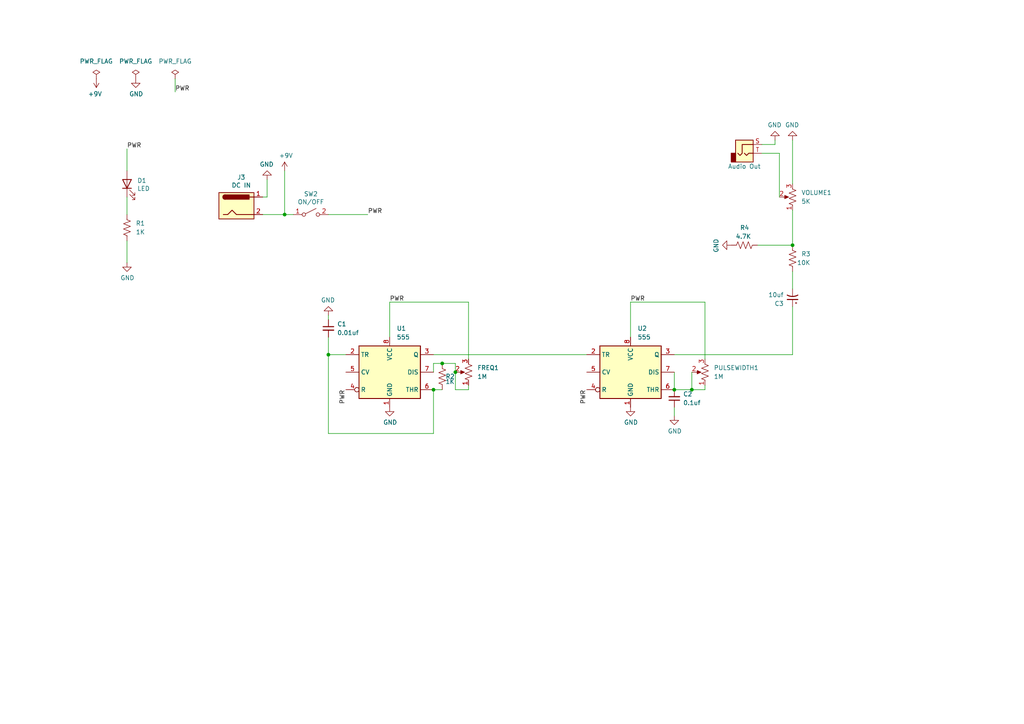
<source format=kicad_sch>
(kicad_sch (version 20211123) (generator eeschema)
  (paper "A4")
  (title_block (title "Codename: STG-1000"))
  (lib_symbols
    (symbol "Connector:AudioJack2"
      (property "Reference" "J" (at 0 8.89 0))
      (property "Value" "AudioJack2" (at 0 6.35 0))
      (symbol "AudioJack2_0_1"
        (rectangle (start -3.81 0) (end -2.54 -2.54) (stroke (width 0.254)) (fill (type outline)))
        (rectangle (start -2.54 3.81) (end 2.54 -2.54) (stroke (width 0.254)) (fill (type background)))
        (polyline (pts (xy 0 0) (xy 0.635 -0.635) (xy 1.27 0) (xy 2.54 0)) (stroke (width 0.254)))
        (polyline (pts (xy 2.54 2.54) (xy -0.635 2.54) (xy -0.635 0) (xy -1.27 -0.635) (xy -1.905 0)) (stroke (width 0.254)))
      )
      (symbol "AudioJack2_1_1"
        (pin passive line (at 5.08 2.54 180) (length 2.54) (name "~") (number "S"))
        (pin passive line (at 5.08 0 180) (length 2.54) (name "~") (number "T"))
      )
    )
    (symbol "Connector:Jack-DC" (pin_names (offset 1.016))
      (property "Reference" "J" (at 0 5.334 0))
      (property "Value" "Jack-DC" (at 0 -5.08 0))
      (symbol "Jack-DC_0_1"
        (rectangle (start -5.08 3.81) (end 5.08 -3.81) (stroke (width 0.254)) (fill (type background)))
        (arc (start -3.302 3.175) (mid -3.937 2.54) (end -3.302 1.905) (stroke (width 0.254)))
        (arc (start -3.302 3.175) (mid -3.937 2.54) (end -3.302 1.905) (stroke (width 0.254)) (fill (type outline)))
        (polyline (pts (xy 5.08 2.54) (xy 3.81 2.54)) (stroke (width 0.254)))
        (polyline (pts (xy -3.81 -2.54) (xy -2.54 -2.54) (xy -1.27 -1.27) (xy 0 -2.54) (xy 2.54 -2.54) (xy 5.08 -2.54)) (stroke (width 0.254)))
        (rectangle (start 3.683 3.175) (end -3.302 1.905) (stroke (width 0.254)) (fill (type outline)))
      )
      (symbol "Jack-DC_1_1"
        (pin passive line (at 7.62 2.54 180) (length 2.54) (name "~") (number "1"))
        (pin passive line (at 7.62 -2.54 180) (length 2.54) (name "~") (number "2"))
      )
    )
    (symbol "Device:C_Polarized_Small_US" (pin_numbers hide) (pin_names (offset 0.254) hide)
      (property "Reference" "C" (at 0.254 1.778 0))
      (property "Value" "C_Polarized_Small_US" (at 0.254 -2.032 0))
      (symbol "C_Polarized_Small_US_0_1"
        (polyline (pts (xy -1.524 0.508) (xy 1.524 0.508)) (stroke (width 0.3048)))
        (polyline (pts (xy -1.27 1.524) (xy -0.762 1.524)))
        (polyline (pts (xy -1.016 1.27) (xy -1.016 1.778)))
        (arc (start 1.524 -0.762) (mid 0 -0.3734) (end -1.524 -0.762) (stroke (width 0.3048)))
      )
      (symbol "C_Polarized_Small_US_1_1"
        (pin passive line (at 0 2.54 270) (length 2.032) (name "~") (number "1"))
        (pin passive line (at 0 -2.54 90) (length 2.032) (name "~") (number "2"))
      )
    )
    (symbol "Device:C_Small" (pin_numbers hide) (pin_names (offset 0.254) hide)
      (property "Reference" "C" (at 0.254 1.778 0))
      (property "Value" "C_Small" (at 0.254 -2.032 0))
      (symbol "C_Small_0_1"
        (polyline (pts (xy -1.524 -0.508) (xy 1.524 -0.508)) (stroke (width 0.3302)))
        (polyline (pts (xy -1.524 0.508) (xy 1.524 0.508)) (stroke (width 0.3048)))
      )
      (symbol "C_Small_1_1"
        (pin passive line (at 0 2.54 270) (length 2.032) (name "~") (number "1"))
        (pin passive line (at 0 -2.54 90) (length 2.032) (name "~") (number "2"))
      )
    )
    (symbol "Device:LED" (pin_numbers hide) (pin_names (offset 1.016) hide)
      (property "Reference" "D" (at 0 2.54 0))
      (property "Value" "LED" (at 0 -2.54 0))
      (symbol "LED_0_1"
        (polyline (pts (xy -1.27 -1.27) (xy -1.27 1.27)) (stroke (width 0.254)))
        (polyline (pts (xy -1.27 0) (xy 1.27 0)))
        (polyline (pts (xy 1.27 -1.27) (xy 1.27 1.27) (xy -1.27 0) (xy 1.27 -1.27)) (stroke (width 0.254)))
        (polyline (pts (xy -3.048 -0.762) (xy -4.572 -2.286) (xy -3.81 -2.286) (xy -4.572 -2.286) (xy -4.572 -1.524)))
        (polyline (pts (xy -1.778 -0.762) (xy -3.302 -2.286) (xy -2.54 -2.286) (xy -3.302 -2.286) (xy -3.302 -1.524)))
      )
      (symbol "LED_1_1"
        (pin passive line (at -3.81 0 0) (length 2.54) (name "K") (number "1"))
        (pin passive line (at 3.81 0 180) (length 2.54) (name "A") (number "2"))
      )
    )
    (symbol "Device:R_Potentiometer_US" (pin_names (offset 1.016) hide)
      (property "Reference" "RV" (at -4.445 0 90))
      (property "Value" "R_Potentiometer_US" (at -2.54 0 90))
      (symbol "R_Potentiometer_US_0_1"
        (polyline (pts (xy 0 -2.286) (xy 0 -2.54)))
        (polyline (pts (xy 0 2.54) (xy 0 2.286)))
        (polyline (pts (xy 2.54 0) (xy 1.524 0)))
        (polyline (pts (xy 1.143 0) (xy 2.286 0.508) (xy 2.286 -0.508) (xy 1.143 0)) (fill (type outline)))
        (polyline (pts (xy 0 -0.762) (xy 1.016 -1.143) (xy 0 -1.524) (xy -1.016 -1.905) (xy 0 -2.286)))
        (polyline (pts (xy 0 0.762) (xy 1.016 0.381) (xy 0 0) (xy -1.016 -0.381) (xy 0 -0.762)))
        (polyline (pts (xy 0 2.286) (xy 1.016 1.905) (xy 0 1.524) (xy -1.016 1.143) (xy 0 0.762)))
      )
      (symbol "R_Potentiometer_US_1_1"
        (pin passive line (at 0 3.81 270) (length 1.27) (name "1") (number "1"))
        (pin passive line (at 3.81 0 180) (length 1.27) (name "2") (number "2"))
        (pin passive line (at 0 -3.81 90) (length 1.27) (name "3") (number "3"))
      )
    )
    (symbol "Device:R_US" (pin_numbers hide) (pin_names (offset 0))
      (property "Reference" "R" (at 2.54 0 90))
      (property "Value" "R_US" (at -2.54 0 90))
      (symbol "R_US_0_1"
        (polyline (pts (xy 0 -2.286) (xy 0 -2.54)))
        (polyline (pts (xy 0 2.286) (xy 0 2.54)))
        (polyline (pts (xy 0 -0.762) (xy 1.016 -1.143) (xy 0 -1.524) (xy -1.016 -1.905) (xy 0 -2.286)))
        (polyline (pts (xy 0 0.762) (xy 1.016 0.381) (xy 0 0) (xy -1.016 -0.381) (xy 0 -0.762)))
        (polyline (pts (xy 0 2.286) (xy 1.016 1.905) (xy 0 1.524) (xy -1.016 1.143) (xy 0 0.762)))
      )
      (symbol "R_US_1_1"
        (pin passive line (at 0 3.81 270) (length 1.27) (name "~") (number "1"))
        (pin passive line (at 0 -3.81 90) (length 1.27) (name "~") (number "2"))
      )
    )
    (symbol "Switch:SW_SPST" (pin_names (offset 0) hide)
      (property "Reference" "SW" (at 0 3.175 0))
      (property "Value" "SW_SPST" (at 0 -2.54 0))
      (symbol "SW_SPST_0_0"
        (circle (center -2.032 0) (radius 0.508))
        (polyline (pts (xy -1.524 0.254) (xy 1.524 1.778)))
        (circle (center 2.032 0) (radius 0.508))
      )
      (symbol "SW_SPST_1_1"
        (pin passive line (at -5.08 0 0) (length 2.54) (name "A") (number "1"))
        (pin passive line (at 5.08 0 180) (length 2.54) (name "B") (number "2"))
      )
    )
    (symbol "Timer:LM555xM"
      (property "Reference" "U" (at -10.16 8.89 0))
      (property "Value" "LM555xM" (at 2.54 8.89 0))
      (symbol "LM555xM_0_0"
        (pin power_in line (at 0 -10.16 90) (length 2.54) (name "GND") (number "1"))
        (pin power_in line (at 0 10.16 270) (length 2.54) (name "VCC") (number "8"))
      )
      (symbol "LM555xM_0_1"
        (rectangle (start -8.89 -7.62) (end 8.89 7.62) (stroke (width 0.254)) (fill (type background)))
        (rectangle (start -8.89 -7.62) (end 8.89 7.62) (stroke (width 0.254)) (fill (type background)))
      )
      (symbol "LM555xM_1_1"
        (pin input line (at -12.7 5.08 0) (length 3.81) (name "TR") (number "2"))
        (pin output line (at 12.7 5.08 180) (length 3.81) (name "Q") (number "3"))
        (pin input inverted (at -12.7 -5.08 0) (length 3.81) (name "R") (number "4"))
        (pin input line (at -12.7 0 0) (length 3.81) (name "CV") (number "5"))
        (pin input line (at 12.7 -5.08 180) (length 3.81) (name "THR") (number "6"))
        (pin input line (at 12.7 0 180) (length 3.81) (name "DIS") (number "7"))
      )
    )
    (symbol "power:+9V" (power) (pin_names (offset 0))
      (property "Value" "+9V" (at 0 3.556 0))
      (symbol "+9V_0_1"
        (polyline (pts (xy -0.762 1.27) (xy 0 2.54)))
        (polyline (pts (xy 0 0) (xy 0 2.54)))
        (polyline (pts (xy 0 2.54) (xy 0.762 1.27)))
      )
      (symbol "+9V_1_1"
        (pin power_in line (at 0 0 90) (length 0) hide (name "+9V") (number "1"))
      )
    )
    (symbol "power:GND" (power) (pin_names (offset 0))
      (property "Value" "GND" (at 0 -3.81 0))
      (symbol "GND_0_1"
        (polyline (pts (xy 0 0) (xy 0 -1.27) (xy 1.27 -1.27) (xy 0 -2.54) (xy -1.27 -1.27) (xy 0 -1.27)))
      )
      (symbol "GND_1_1"
        (pin power_in line (at 0 0 270) (length 0) hide (name "GND") (number "1"))
      )
    )
    (symbol "power:PWR_FLAG" (power) (pin_numbers hide) (pin_names (offset 0) hide)
      (property "Value" "PWR_FLAG" (at 0 3.81 0))
      (symbol "PWR_FLAG_0_0"
        (pin power_out line (at 0 0 90) (length 0) (name "pwr") (number "1"))
      )
      (symbol "PWR_FLAG_0_1"
        (polyline (pts (xy 0 0) (xy 0 1.27) (xy -1.016 1.905) (xy 0 2.54) (xy 1.016 1.905) (xy 0 1.27)))
      )
    )
  )
  (junction (at 229.87 71.12))
  (junction (at 200.66 113.03))
  (junction (at 128.27 105.41))
  (junction (at 82.55 62.23))
  (junction (at 195.58 113.03))
  (junction (at 95.25 102.87))
  (junction (at 132.08 107.95))
  (junction (at 125.73 113.03))
  (wire (pts (xy 95.25 97.79) (xy 95.25 102.87)))
  (wire (pts (xy 76.2 57.15) (xy 77.47 57.15)))
  (wire (pts (xy 95.25 102.87) (xy 95.25 125.73)))
  (wire (pts (xy 125.73 125.73) (xy 95.25 125.73)))
  (wire (pts (xy 220.98 41.91) (xy 224.79 41.91)))
  (wire (pts (xy 82.55 62.23) (xy 85.09 62.23)))
  (wire (pts (xy 229.87 78.74) (xy 229.87 83.82)))
  (wire (pts (xy 132.08 107.95) (xy 132.08 113.03)))
  (wire (pts (xy 200.66 107.95) (xy 200.66 113.03)))
  (wire (pts (xy 95.25 91.44) (xy 95.25 92.71)))
  (wire (pts (xy 135.89 113.03) (xy 135.89 111.76)))
  (wire (pts (xy 36.83 57.15) (xy 36.83 62.23)))
  (wire (pts (xy 229.87 60.96) (xy 229.87 71.12)))
  (wire (pts (xy 195.58 102.87) (xy 229.87 102.87)))
  (wire (pts (xy 125.73 105.41) (xy 128.27 105.41)))
  (wire (pts (xy 195.58 118.11) (xy 195.58 120.65)))
  (wire (pts (xy 224.79 41.91) (xy 224.79 40.64)))
  (wire (pts (xy 132.08 105.41) (xy 128.27 105.41)))
  (wire (pts (xy 229.87 102.87) (xy 229.87 88.9)))
  (wire (pts (xy 182.88 87.63) (xy 182.88 97.79)))
  (wire (pts (xy 113.03 87.63) (xy 135.89 87.63)))
  (wire (pts (xy 195.58 107.95) (xy 195.58 113.03)))
  (wire (pts (xy 220.98 44.45) (xy 226.06 44.45)))
  (wire (pts (xy 204.47 111.76) (xy 204.47 113.03)))
  (wire (pts (xy 226.06 44.45) (xy 226.06 57.15)))
  (wire (pts (xy 135.89 104.14) (xy 135.89 87.63)))
  (wire (pts (xy 125.73 113.03) (xy 128.27 113.03)))
  (wire (pts (xy 50.8 22.86) (xy 50.8 26.67)))
  (wire (pts (xy 204.47 87.63) (xy 182.88 87.63)))
  (wire (pts (xy 132.08 113.03) (xy 135.89 113.03)))
  (wire (pts (xy 36.83 43.18) (xy 36.83 49.53)))
  (wire (pts (xy 219.71 71.12) (xy 229.87 71.12)))
  (wire (pts (xy 77.47 57.15) (xy 77.47 52.07)))
  (wire (pts (xy 204.47 87.63) (xy 204.47 104.14)))
  (wire (pts (xy 125.73 102.87) (xy 170.18 102.87)))
  (wire (pts (xy 82.55 49.53) (xy 82.55 62.23)))
  (wire (pts (xy 195.58 113.03) (xy 200.66 113.03)))
  (wire (pts (xy 36.83 69.85) (xy 36.83 76.2)))
  (wire (pts (xy 113.03 87.63) (xy 113.03 97.79)))
  (wire (pts (xy 95.25 62.23) (xy 106.68 62.23)))
  (wire (pts (xy 125.73 113.03) (xy 125.73 125.73)))
  (wire (pts (xy 229.87 40.64) (xy 229.87 53.34)))
  (wire (pts (xy 125.73 107.95) (xy 125.73 105.41)))
  (wire (pts (xy 132.08 105.41) (xy 132.08 107.95)))
  (wire (pts (xy 76.2 62.23) (xy 82.55 62.23)))
  (wire (pts (xy 95.25 102.87) (xy 100.33 102.87)))
  (wire (pts (xy 200.66 113.03) (xy 204.47 113.03)))
  (label "PWR" (at 100.33 113.03 270))
  (label "PWR" (at 170.18 113.03 270))
  (label "PWR" (at 182.88 87.63 0))
  (label "PWR" (at 106.68 62.23 0))
  (label "PWR" (at 50.8 26.67 0))
  (label "PWR" (at 36.83 43.18 0))
  (label "PWR" (at 113.03 87.63 0))
  (symbol (lib_id "Device:R_US") (at 36.83 66.04 180) (unit 1)
    (property "Reference" "R1" (at 39.37 64.77 0) (effects (justify right)))
    (property "Value" "1K" (at 39.37 67.31 0) (effects (justify right)))
    (property "Footprint" "Resistor_THT:R_Axial_DIN0207_L6.3mm_D2.5mm_P10.16mm_Horizontal" (effects hide))
  )
  (symbol (lib_id "power:GND") (at 95.25 91.44 180) (unit 1)
    (property "Reference" "#PWR03" (effects hide))
    (property "Value" "GND" (at 95.123 87.0458 0))
  )
  (symbol (lib_id "power:PWR_FLAG") (at 39.37 22.86 0) (unit 1)
    (property "Reference" "#FLG0102" (effects hide))
    (property "Value" "PWR_FLAG" (at 39.37 17.78 0))
  )
  (symbol (lib_id "Device:C_Polarized_Small_US") (at 229.87 86.36 180) (unit 1)
    (property "Reference" "C3" (at 227.33 88.0619 0) (effects (justify left)))
    (property "Value" "10uf" (at 227.33 85.5219 0) (effects (justify left)))
    (property "Footprint" "Capacitor_THT:CP_Radial_D5.0mm_P2.50mm" (effects hide))
  )
  (symbol (lib_id "power:PWR_FLAG") (at 27.94 22.86 0) (unit 1)
    (property "Reference" "#FLG0101" (effects hide))
    (property "Value" "PWR_FLAG" (at 27.94 17.78 0))
  )
  (symbol (lib_id "power:GND") (at 229.87 40.64 180) (unit 1)
    (property "Reference" "#PWR09" (effects hide))
    (property "Value" "GND" (at 229.743 36.2458 0))
  )
  (symbol (lib_id "Device:LED") (at 36.83 53.34 90) (unit 1)
    (property "Reference" "D1" (at 39.8018 52.3748 90) (effects (justify right)))
    (property "Value" "LED" (at 39.8018 54.6862 90) (effects (justify right)))
    (property "Footprint" "LED_THT:LED_D3.0mm" (effects hide))
  )
  (symbol (lib_id "Connector:Jack-DC") (at 68.58 59.69 0) (unit 1)
    (property "Reference" "J3" (at 69.977 51.435 0))
    (property "Value" "DC IN" (at 69.977 53.7464 0))
    (property "Footprint" "Connector_Wire:SolderWire-0.5sqmm_1x02_P4.6mm_D0.9mm_OD2.1mm" (effects hide))
  )
  (symbol (lib_id "Timer:LM555xM") (at 182.88 107.95 0) (unit 1)
    (property "Reference" "U2" (at 184.8994 95.25 0) (effects (justify left)))
    (property "Value" "555" (at 184.8994 97.79 0) (effects (justify left)))
    (property "Footprint" "Package_DIP:DIP-8_W7.62mm" (effects hide))
    (property "Datasheet" "http://www.ti.com/lit/ds/symlink/lm555.pdf" (effects hide))
  )
  (symbol (lib_id "Device:R_Potentiometer_US") (at 204.47 107.95 180) (unit 1)
    (property "Reference" "PULSEWIDTH1" (at 207.01 106.6799 0) (effects (justify right)))
    (property "Value" "1M" (at 207.01 109.2199 0) (effects (justify right)))
    (property "Footprint" "Connector_Wire:SolderWire-0.5sqmm_1x03_P4.6mm_D0.9mm_OD2.1mm" (effects hide))
  )
  (symbol (lib_id "Device:C_Small") (at 95.25 95.25 0) (unit 1)
    (property "Reference" "C1" (at 97.79 93.9862 0) (effects (justify left)))
    (property "Value" "0.01uf" (at 97.79 96.5262 0) (effects (justify left)))
    (property "Footprint" "Capacitor_THT:C_Disc_D4.3mm_W1.9mm_P5.00mm" (effects hide))
  )
  (symbol (lib_id "power:GND") (at 77.47 52.07 180) (unit 1)
    (property "Reference" "#PWR0101" (effects hide))
    (property "Value" "GND" (at 77.343 47.6758 0))
  )
  (symbol (lib_id "Timer:LM555xM") (at 113.03 107.95 0) (unit 1)
    (property "Reference" "U1" (at 115.0494 95.25 0) (effects (justify left)))
    (property "Value" "555" (at 115.0494 97.79 0) (effects (justify left)))
    (property "Footprint" "Package_DIP:DIP-8_W7.62mm" (effects hide))
    (property "Datasheet" "http://www.ti.com/lit/ds/symlink/lm555.pdf" (effects hide))
  )
  (symbol (lib_id "Device:R_US") (at 128.27 109.22 0) (unit 1)
    (property "Reference" "R2" (at 131.9058 109.1936 0) (effects (justify right)))
    (property "Value" "1K" (at 131.8689 110.7093 0) (effects (justify right)))
    (property "Footprint" "Resistor_THT:R_Axial_DIN0207_L6.3mm_D2.5mm_P10.16mm_Horizontal" (effects hide))
  )
  (symbol (lib_id "power:PWR_FLAG") (at 50.8 22.86 0) (unit 1)
    (property "Reference" "#FLG0103" (effects hide))
    (property "Value" "PWR_FLAG" (at 50.8 17.78 0))
  )
  (symbol (lib_id "Device:R_Potentiometer_US") (at 229.87 57.15 180) (unit 1)
    (property "Reference" "VOLUME1" (at 232.41 55.8799 0) (effects (justify right)))
    (property "Value" "5K" (at 232.41 58.4199 0) (effects (justify right)))
    (property "Footprint" "Connector_Wire:SolderWire-0.5sqmm_1x03_P4.6mm_D0.9mm_OD2.1mm" (effects hide))
  )
  (symbol (lib_id "Connector:AudioJack2") (at 215.9 44.45 0) (unit 1)
    (property "Reference" "J4" (effects hide))
    (property "Value" "Audio Out" (at 215.9 48.26 0))
    (property "Footprint" "Connector_Wire:SolderWire-0.5sqmm_1x02_P4.6mm_D0.9mm_OD2.1mm" (effects hide))
  )
  (symbol (lib_id "power:GND") (at 36.83 76.2 0) (unit 1)
    (property "Reference" "#PWR01" (effects hide))
    (property "Value" "GND" (at 36.957 80.5942 0))
  )
  (symbol (lib_id "power:+9V") (at 82.55 49.53 0) (unit 1)
    (property "Reference" "#PWR0102" (effects hide))
    (property "Value" "+9V" (at 82.931 45.1358 0))
  )
  (symbol (lib_id "power:GND") (at 195.58 120.65 0) (unit 1)
    (property "Reference" "#PWR0103" (effects hide))
    (property "Value" "GND" (at 195.707 125.0442 0))
  )
  (symbol (lib_id "power:GND") (at 182.88 118.11 0) (unit 1)
    (property "Reference" "#PWR06" (effects hide))
    (property "Value" "GND" (at 183.007 122.5042 0))
  )
  (symbol (lib_id "power:GND") (at 39.37 22.86 0) (unit 1)
    (property "Reference" "#PWR_FLAG0102" (effects hide))
    (property "Value" "GND" (at 39.497 27.2542 0))
  )
  (symbol (lib_id "power:GND") (at 113.03 118.11 0) (unit 1)
    (property "Reference" "#PWR04" (effects hide))
    (property "Value" "GND" (at 113.157 122.5042 0))
  )
  (symbol (lib_id "power:GND") (at 212.09 71.12 270) (unit 1)
    (property "Reference" "#PWR07" (effects hide))
    (property "Value" "GND" (at 207.6958 71.247 0))
  )
  (symbol (lib_id "Device:R_US") (at 229.87 74.93 180) (unit 1)
    (property "Reference" "R3" (at 232.41 73.66 0) (effects (justify right)))
    (property "Value" "10K" (at 231.14 76.2 0) (effects (justify right)))
    (property "Footprint" "Resistor_THT:R_Axial_DIN0207_L6.3mm_D2.5mm_P10.16mm_Horizontal" (effects hide))
  )
  (symbol (lib_id "Device:R_Potentiometer_US") (at 135.89 107.95 180) (unit 1)
    (property "Reference" "FREQ1" (at 138.43 106.6799 0) (effects (justify right)))
    (property "Value" "1M" (at 138.43 109.2199 0) (effects (justify right)))
    (property "Footprint" "Connector_Wire:SolderWire-0.5sqmm_1x03_P4.6mm_D0.9mm_OD2.1mm" (effects hide))
  )
  (symbol (lib_id "power:GND") (at 224.79 40.64 180) (unit 1)
    (property "Reference" "#PWR08" (effects hide))
    (property "Value" "GND" (at 224.663 36.2458 0))
  )
  (symbol (lib_id "power:+9V") (at 27.94 22.86 180) (unit 1)
    (property "Reference" "#PWR0109" (effects hide))
    (property "Value" "+9V" (at 27.559 27.2542 0))
  )
  (symbol (lib_id "Switch:SW_SPST") (at 90.17 62.23 0) (unit 1)
    (property "Reference" "SW2" (at 90.17 56.261 0))
    (property "Value" "ON/OFF" (at 90.17 58.5724 0))
    (property "Footprint" "Connector_Wire:SolderWire-0.5sqmm_1x02_P4.6mm_D0.9mm_OD2.1mm" (effects hide))
  )
  (symbol (lib_id "Device:C_Small") (at 195.58 115.57 180) (unit 1)
    (property "Reference" "C2" (at 198.12 114.2935 0) (effects (justify right)))
    (property "Value" "0.1uf" (at 198.12 116.8335 0) (effects (justify right)))
    (property "Footprint" "Capacitor_THT:C_Disc_D4.3mm_W1.9mm_P5.00mm" (effects hide))
  )
  (symbol (lib_id "Device:R_US") (at 215.9 71.12 90) (unit 1)
    (property "Reference" "R4" (at 214.63 66.04 90) (effects (justify right)))
    (property "Value" "4.7K" (at 213.36 68.58 90) (effects (justify right)))
    (property "Footprint" "Resistor_THT:R_Axial_DIN0207_L6.3mm_D2.5mm_P10.16mm_Horizontal" (effects hide))
  )
)
</source>
